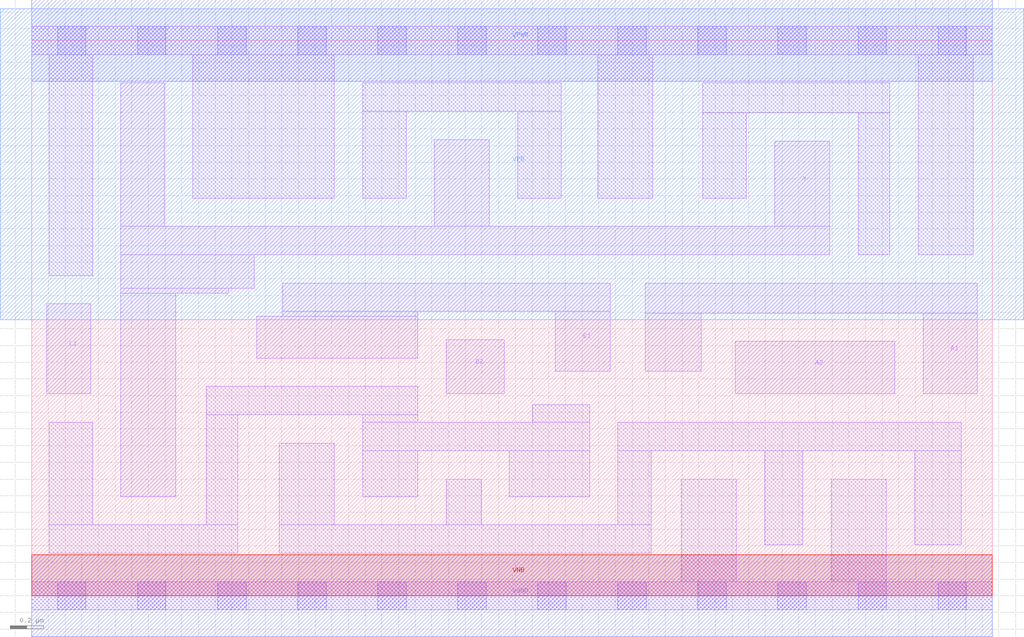
<source format=lef>
# Copyright 2020 The SkyWater PDK Authors
#
# Licensed under the Apache License, Version 2.0 (the "License");
# you may not use this file except in compliance with the License.
# You may obtain a copy of the License at
#
#     https://www.apache.org/licenses/LICENSE-2.0
#
# Unless required by applicable law or agreed to in writing, software
# distributed under the License is distributed on an "AS IS" BASIS,
# WITHOUT WARRANTIES OR CONDITIONS OF ANY KIND, either express or implied.
# See the License for the specific language governing permissions and
# limitations under the License.
#
# SPDX-License-Identifier: Apache-2.0

VERSION 5.7 ;
  NOWIREEXTENSIONATPIN ON ;
  DIVIDERCHAR "/" ;
  BUSBITCHARS "[]" ;
MACRO sky130_fd_sc_lp__o221ai_2
  CLASS CORE ;
  FOREIGN sky130_fd_sc_lp__o221ai_2 ;
  ORIGIN  0.000000  0.000000 ;
  SIZE  5.760000 BY  3.330000 ;
  SYMMETRY X Y R90 ;
  SITE unit ;
  PIN A1
    ANTENNAGATEAREA  0.630000 ;
    DIRECTION INPUT ;
    USE SIGNAL ;
    PORT
      LAYER li1 ;
        RECT 3.680000 1.345000 4.015000 1.695000 ;
        RECT 3.680000 1.695000 5.670000 1.875000 ;
        RECT 5.345000 1.210000 5.670000 1.695000 ;
    END
  END A1
  PIN A2
    ANTENNAGATEAREA  0.630000 ;
    DIRECTION INPUT ;
    USE SIGNAL ;
    PORT
      LAYER li1 ;
        RECT 4.220000 1.210000 5.175000 1.525000 ;
    END
  END A2
  PIN B1
    ANTENNAGATEAREA  0.630000 ;
    DIRECTION INPUT ;
    USE SIGNAL ;
    PORT
      LAYER li1 ;
        RECT 1.350000 1.425000 2.315000 1.675000 ;
        RECT 1.505000 1.675000 2.315000 1.705000 ;
        RECT 1.505000 1.705000 3.470000 1.875000 ;
        RECT 3.140000 1.345000 3.470000 1.705000 ;
    END
  END B1
  PIN B2
    ANTENNAGATEAREA  0.630000 ;
    DIRECTION INPUT ;
    USE SIGNAL ;
    PORT
      LAYER li1 ;
        RECT 2.485000 1.210000 2.835000 1.535000 ;
    END
  END B2
  PIN C1
    ANTENNAGATEAREA  0.630000 ;
    DIRECTION INPUT ;
    USE SIGNAL ;
    PORT
      LAYER li1 ;
        RECT 0.090000 1.210000 0.355000 1.750000 ;
    END
  END C1
  PIN Y
    ANTENNADIFFAREA  1.293600 ;
    DIRECTION OUTPUT ;
    USE SIGNAL ;
    PORT
      LAYER li1 ;
        RECT 0.535000 0.595000 0.865000 1.815000 ;
        RECT 0.535000 1.815000 1.180000 1.845000 ;
        RECT 0.535000 1.845000 1.335000 2.045000 ;
        RECT 0.535000 2.045000 4.785000 2.215000 ;
        RECT 0.535000 2.215000 0.795000 3.075000 ;
        RECT 2.415000 2.215000 2.745000 2.735000 ;
        RECT 4.455000 2.215000 4.785000 2.725000 ;
    END
  END Y
  PIN VGND
    DIRECTION INOUT ;
    USE GROUND ;
    PORT
      LAYER met1 ;
        RECT 0.000000 -0.245000 5.760000 0.245000 ;
    END
  END VGND
  PIN VNB
    DIRECTION INOUT ;
    USE GROUND ;
    PORT
      LAYER pwell ;
        RECT 0.000000 0.000000 5.760000 0.245000 ;
    END
  END VNB
  PIN VPB
    DIRECTION INOUT ;
    USE POWER ;
    PORT
      LAYER nwell ;
        RECT -0.190000 1.655000 5.950000 3.520000 ;
    END
  END VPB
  PIN VPWR
    DIRECTION INOUT ;
    USE POWER ;
    PORT
      LAYER met1 ;
        RECT 0.000000 3.085000 5.760000 3.575000 ;
    END
  END VPWR
  OBS
    LAYER li1 ;
      RECT 0.000000 -0.085000 5.760000 0.085000 ;
      RECT 0.000000  3.245000 5.760000 3.415000 ;
      RECT 0.105000  0.255000 1.235000 0.425000 ;
      RECT 0.105000  0.425000 0.365000 1.040000 ;
      RECT 0.105000  1.920000 0.365000 3.245000 ;
      RECT 0.965000  2.385000 1.815000 3.245000 ;
      RECT 1.045000  0.425000 1.235000 1.085000 ;
      RECT 1.045000  1.085000 2.315000 1.255000 ;
      RECT 1.485000  0.255000 3.715000 0.425000 ;
      RECT 1.485000  0.425000 1.815000 0.915000 ;
      RECT 1.985000  0.595000 2.315000 0.870000 ;
      RECT 1.985000  0.870000 3.345000 1.040000 ;
      RECT 1.985000  1.040000 2.315000 1.085000 ;
      RECT 1.985000  2.385000 2.245000 2.905000 ;
      RECT 1.985000  2.905000 3.175000 3.075000 ;
      RECT 2.485000  0.425000 2.695000 0.700000 ;
      RECT 2.865000  0.595000 3.345000 0.870000 ;
      RECT 2.915000  2.385000 3.175000 2.905000 ;
      RECT 3.005000  1.040000 3.345000 1.145000 ;
      RECT 3.395000  2.385000 3.725000 3.245000 ;
      RECT 3.515000  0.425000 3.715000 0.870000 ;
      RECT 3.515000  0.870000 5.575000 1.040000 ;
      RECT 3.895000  0.085000 4.225000 0.700000 ;
      RECT 4.025000  2.385000 4.285000 2.895000 ;
      RECT 4.025000  2.895000 5.145000 3.075000 ;
      RECT 4.395000  0.305000 4.625000 0.870000 ;
      RECT 4.795000  0.085000 5.125000 0.700000 ;
      RECT 4.955000  2.045000 5.145000 2.895000 ;
      RECT 5.295000  0.305000 5.575000 0.870000 ;
      RECT 5.315000  2.045000 5.645000 3.245000 ;
    LAYER mcon ;
      RECT 0.155000 -0.085000 0.325000 0.085000 ;
      RECT 0.155000  3.245000 0.325000 3.415000 ;
      RECT 0.635000 -0.085000 0.805000 0.085000 ;
      RECT 0.635000  3.245000 0.805000 3.415000 ;
      RECT 1.115000 -0.085000 1.285000 0.085000 ;
      RECT 1.115000  3.245000 1.285000 3.415000 ;
      RECT 1.595000 -0.085000 1.765000 0.085000 ;
      RECT 1.595000  3.245000 1.765000 3.415000 ;
      RECT 2.075000 -0.085000 2.245000 0.085000 ;
      RECT 2.075000  3.245000 2.245000 3.415000 ;
      RECT 2.555000 -0.085000 2.725000 0.085000 ;
      RECT 2.555000  3.245000 2.725000 3.415000 ;
      RECT 3.035000 -0.085000 3.205000 0.085000 ;
      RECT 3.035000  3.245000 3.205000 3.415000 ;
      RECT 3.515000 -0.085000 3.685000 0.085000 ;
      RECT 3.515000  3.245000 3.685000 3.415000 ;
      RECT 3.995000 -0.085000 4.165000 0.085000 ;
      RECT 3.995000  3.245000 4.165000 3.415000 ;
      RECT 4.475000 -0.085000 4.645000 0.085000 ;
      RECT 4.475000  3.245000 4.645000 3.415000 ;
      RECT 4.955000 -0.085000 5.125000 0.085000 ;
      RECT 4.955000  3.245000 5.125000 3.415000 ;
      RECT 5.435000 -0.085000 5.605000 0.085000 ;
      RECT 5.435000  3.245000 5.605000 3.415000 ;
  END
END sky130_fd_sc_lp__o221ai_2
END LIBRARY

</source>
